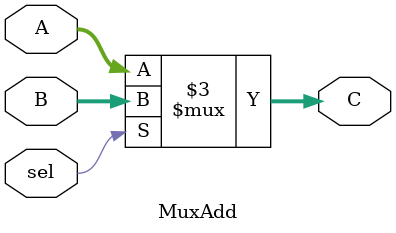
<source format=v>
`timescale 1ns/1ns

module MuxAdd(
	input sel,
	input [31:0]A,
	input [31:0]B,
	output reg [31:0]C
);
	
always @*
begin
	if (sel)
		begin
		C=B;
		end
	else
		begin
		C=A;
		end
	end
	
endmodule

</source>
